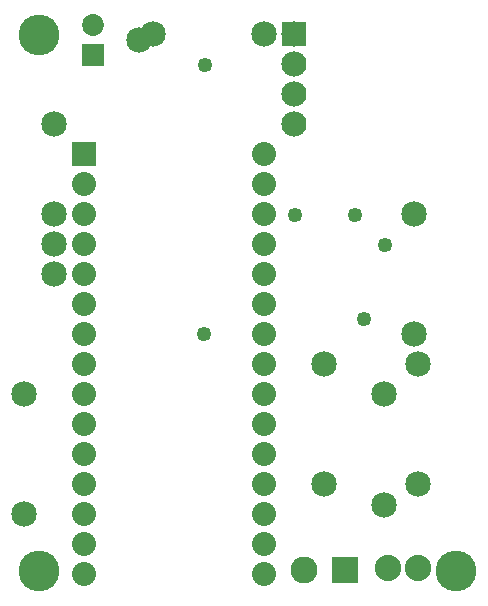
<source format=gbs>
G04 MADE WITH FRITZING*
G04 WWW.FRITZING.ORG*
G04 DOUBLE SIDED*
G04 HOLES PLATED*
G04 CONTOUR ON CENTER OF CONTOUR VECTOR*
%ASAXBY*%
%FSLAX23Y23*%
%MOIN*%
%OFA0B0*%
%SFA1.0B1.0*%
%ADD10C,0.080000*%
%ADD11C,0.084000*%
%ADD12C,0.085000*%
%ADD13C,0.090000*%
%ADD14C,0.049370*%
%ADD15C,0.135984*%
%ADD16C,0.072992*%
%ADD17C,0.088000*%
%ADD18R,0.079972X0.080000*%
%ADD19R,0.084000X0.084000*%
%ADD20R,0.090000X0.090000*%
%ADD21R,0.072992X0.072992*%
%LNMASK0*%
G90*
G70*
G54D10*
X244Y1480D03*
X244Y1380D03*
X244Y1280D03*
X244Y1180D03*
X244Y1080D03*
X244Y980D03*
X244Y880D03*
X244Y780D03*
X244Y680D03*
X244Y580D03*
X244Y480D03*
X244Y380D03*
X244Y280D03*
X244Y180D03*
X244Y80D03*
X844Y1480D03*
X844Y1380D03*
X844Y1280D03*
X844Y1180D03*
X844Y1080D03*
X844Y980D03*
X844Y880D03*
X844Y780D03*
X844Y680D03*
X844Y580D03*
X844Y480D03*
X844Y380D03*
X844Y280D03*
X844Y180D03*
X844Y80D03*
G54D11*
X944Y1780D03*
X944Y1680D03*
X944Y1580D03*
X944Y1880D03*
G54D12*
X144Y1280D03*
X144Y1180D03*
X144Y1080D03*
X474Y1880D03*
X844Y1880D03*
X1244Y310D03*
X1244Y680D03*
G54D13*
X1114Y96D03*
X976Y96D03*
G54D12*
X1044Y780D03*
X1044Y380D03*
X44Y280D03*
X44Y680D03*
X1356Y780D03*
X1356Y380D03*
X1344Y1280D03*
X1344Y880D03*
X427Y1862D03*
X144Y1580D03*
G54D14*
X1246Y1179D03*
X1146Y1279D03*
X945Y1279D03*
X645Y1779D03*
X644Y880D03*
X1176Y931D03*
G54D15*
X93Y92D03*
X92Y1878D03*
X1484Y91D03*
G54D16*
X273Y1812D03*
X273Y1910D03*
G54D17*
X1355Y103D03*
X1255Y103D03*
G54D18*
X244Y1480D03*
G54D19*
X944Y1880D03*
G54D20*
X1114Y96D03*
G54D21*
X273Y1812D03*
G04 End of Mask0*
M02*
</source>
